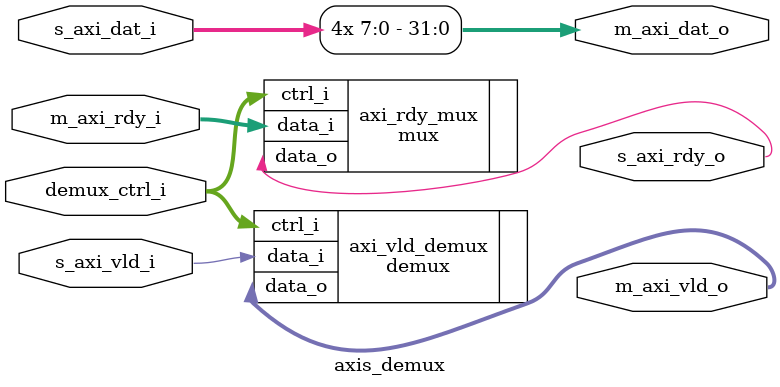
<source format=v>
module axis_demux #(
    parameter integer DATA_WIDTH = 8,
    parameter integer PORT_NUM   = 4
) (
    input  wire [              PORT_NUM-1:0] demux_ctrl_i,
    input  wire [            DATA_WIDTH-1:0] s_axi_dat_i,
    input  wire                              s_axi_vld_i,
    output wire                              s_axi_rdy_o,
    output wire [DATA_WIDTH * PORT_NUM -1:0] m_axi_dat_o,
    output wire [              PORT_NUM-1:0] m_axi_vld_o,
    input  wire [              PORT_NUM-1:0] m_axi_rdy_i
);

    genvar i;
    generate
        for (i = 0; i < PORT_NUM; i = i + 1) begin : g_data_connect
            assign m_axi_dat_o[(i+1)*DATA_WIDTH-1:i*DATA_WIDTH] = s_axi_dat_i;
        end
    endgenerate

    // demux vld of axi stream
    demux #(
        .DATA_WIDTH(1),
        .PORT_NUM  (PORT_NUM)
    ) axi_vld_demux (
        .data_i(s_axi_vld_i),
        .ctrl_i(demux_ctrl_i),
        .data_o(m_axi_vld_o)
    );

    // mux rdy of axi stream
    mux #(
        .DATA_WIDTH(1),
        .PORT_NUM  (PORT_NUM)
    ) axi_rdy_mux (
        .data_i(m_axi_rdy_i),
        .ctrl_i(demux_ctrl_i),
        .data_o(s_axi_rdy_o)
    );

endmodule

</source>
